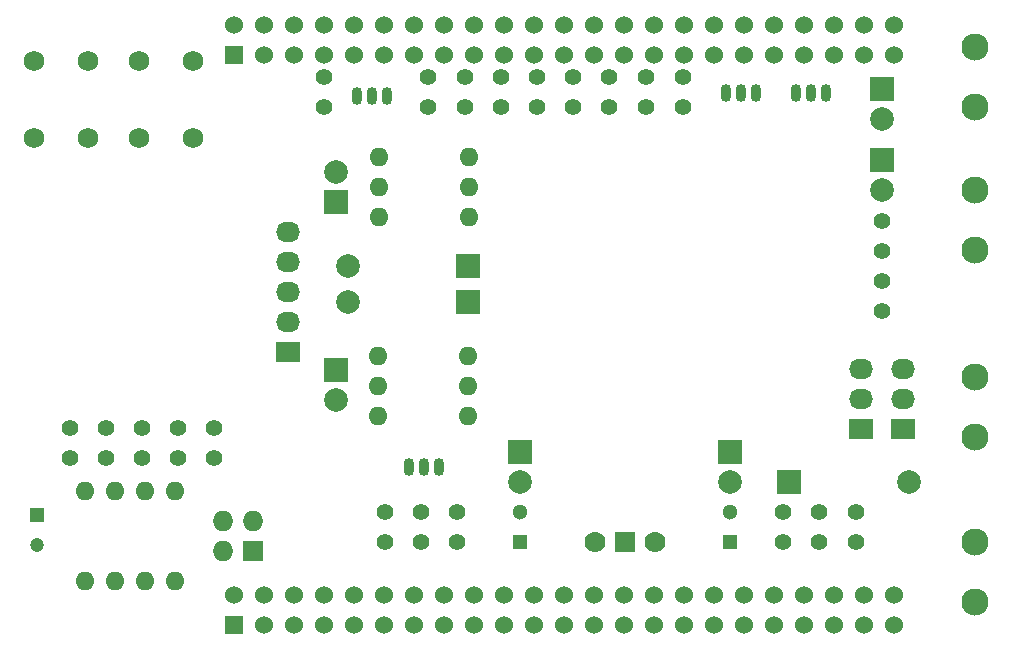
<source format=gbs>
G04 #@! TF.FileFunction,Soldermask,Bot*
%FSLAX46Y46*%
G04 Gerber Fmt 4.6, Leading zero omitted, Abs format (unit mm)*
G04 Created by KiCad (PCBNEW 4.0.1-3.201512221401+6198~38~ubuntu15.10.1-stable) date Mon 11 Jan 2016 07:04:30 PM EST*
%MOMM*%
G01*
G04 APERTURE LIST*
%ADD10C,0.150000*%
%ADD11R,1.300000X1.300000*%
%ADD12C,1.300000*%
%ADD13R,2.000000X2.000000*%
%ADD14C,2.000000*%
%ADD15C,1.998980*%
%ADD16R,1.998980X1.998980*%
%ADD17R,2.032000X1.727200*%
%ADD18O,2.032000X1.727200*%
%ADD19O,0.899160X1.501140*%
%ADD20O,1.600000X1.600000*%
%ADD21C,1.397000*%
%ADD22C,2.300000*%
%ADD23R,1.200000X1.200000*%
%ADD24C,1.200000*%
%ADD25R,1.524000X1.524000*%
%ADD26C,1.524000*%
%ADD27C,1.778000*%
%ADD28R,1.778000X1.778000*%
%ADD29C,1.750000*%
%ADD30R,1.727200X1.727200*%
%ADD31O,1.727200X1.727200*%
G04 APERTURE END LIST*
D10*
D11*
X156210000Y-130770000D03*
D12*
X156210000Y-128270000D03*
D11*
X138430000Y-130770000D03*
D12*
X138430000Y-128270000D03*
D13*
X156210000Y-123190000D03*
D14*
X156210000Y-125730000D03*
D13*
X138430000Y-123190000D03*
D14*
X138430000Y-125730000D03*
D13*
X169100500Y-92456000D03*
D14*
X169100500Y-94996000D03*
D13*
X169100500Y-98425000D03*
D14*
X169100500Y-100965000D03*
D15*
X123825000Y-107447080D03*
D16*
X133985000Y-107447080D03*
D15*
X123825000Y-110492540D03*
D16*
X133985000Y-110492540D03*
D15*
X171323000Y-125730000D03*
D16*
X161163000Y-125730000D03*
D17*
X118745000Y-114681000D03*
D18*
X118745000Y-112141000D03*
X118745000Y-109601000D03*
X118745000Y-107061000D03*
X118745000Y-104521000D03*
D17*
X170878500Y-121221500D03*
D18*
X170878500Y-118681500D03*
X170878500Y-116141500D03*
D17*
X167322500Y-121221500D03*
D18*
X167322500Y-118681500D03*
X167322500Y-116141500D03*
D19*
X163068000Y-92773500D03*
X161798000Y-92773500D03*
X164338000Y-92773500D03*
X157099000Y-92773500D03*
X155829000Y-92773500D03*
X158369000Y-92773500D03*
X125920500Y-93027500D03*
X124650500Y-93027500D03*
X127190500Y-93027500D03*
X130302000Y-124460000D03*
X129032000Y-124460000D03*
X131572000Y-124460000D03*
D20*
X134112000Y-103251000D03*
X134112000Y-100711000D03*
X134112000Y-98171000D03*
X126492000Y-98171000D03*
X126492000Y-100711000D03*
X126492000Y-103251000D03*
X133985000Y-120142000D03*
X133985000Y-117602000D03*
X133985000Y-115062000D03*
X126365000Y-115062000D03*
X126365000Y-117602000D03*
X126365000Y-120142000D03*
X101600000Y-134112000D03*
X104140000Y-134112000D03*
X106680000Y-134112000D03*
X109220000Y-134112000D03*
X109220000Y-126492000D03*
X106680000Y-126492000D03*
X104140000Y-126492000D03*
X101600000Y-126492000D03*
D21*
X106426000Y-121158000D03*
X106426000Y-123698000D03*
X103378000Y-121158000D03*
X103378000Y-123698000D03*
X100330000Y-121158000D03*
X100330000Y-123698000D03*
X109474000Y-121158000D03*
X109474000Y-123698000D03*
X112522000Y-121158000D03*
X112522000Y-123698000D03*
X166878000Y-130810000D03*
X166878000Y-128270000D03*
X133096000Y-130810000D03*
X133096000Y-128270000D03*
X145986500Y-93980000D03*
X145986500Y-91440000D03*
X149098000Y-93980000D03*
X149098000Y-91440000D03*
X169100500Y-111252000D03*
X169100500Y-108712000D03*
X152209500Y-93980000D03*
X152209500Y-91440000D03*
X142875000Y-93980000D03*
X142875000Y-91440000D03*
X169100500Y-106172000D03*
X169100500Y-103632000D03*
X127000000Y-130810000D03*
X127000000Y-128270000D03*
X130048000Y-130810000D03*
X130048000Y-128270000D03*
X130619500Y-93980000D03*
X130619500Y-91440000D03*
X136779000Y-93980000D03*
X136779000Y-91440000D03*
X133731000Y-93980000D03*
X133731000Y-91440000D03*
X139827000Y-93980000D03*
X139827000Y-91440000D03*
X160655000Y-130810000D03*
X160655000Y-128270000D03*
X163766500Y-130810000D03*
X163766500Y-128270000D03*
X121793000Y-93980000D03*
X121793000Y-91440000D03*
D22*
X176930000Y-130810000D03*
X176930000Y-135890000D03*
X176930000Y-116840000D03*
X176930000Y-121920000D03*
X176930000Y-88900000D03*
X176930000Y-93980000D03*
X176930000Y-100965000D03*
X176930000Y-106045000D03*
D23*
X97536000Y-128524000D03*
D24*
X97536000Y-131024000D03*
D25*
X114173000Y-89535000D03*
D26*
X114173000Y-86995000D03*
X116713000Y-89535000D03*
X116713000Y-86995000D03*
X119253000Y-89535000D03*
X119253000Y-86995000D03*
X121793000Y-89535000D03*
X121793000Y-86995000D03*
X124333000Y-89535000D03*
X124333000Y-86995000D03*
X126873000Y-89535000D03*
X126873000Y-86995000D03*
X129413000Y-89535000D03*
X129413000Y-86995000D03*
X131953000Y-89535000D03*
X131953000Y-86995000D03*
X134493000Y-89535000D03*
X134493000Y-86995000D03*
X137033000Y-89535000D03*
X137033000Y-86995000D03*
X139573000Y-89535000D03*
X139573000Y-86995000D03*
X142113000Y-89535000D03*
X142113000Y-86995000D03*
X144653000Y-89535000D03*
X144653000Y-86995000D03*
X147193000Y-89535000D03*
X147193000Y-86995000D03*
X149733000Y-89535000D03*
X149733000Y-86995000D03*
X152273000Y-89535000D03*
X152273000Y-86995000D03*
X154813000Y-89535000D03*
X154813000Y-86995000D03*
X157353000Y-89535000D03*
X157353000Y-86995000D03*
X159893000Y-89535000D03*
X159893000Y-86995000D03*
X162433000Y-89535000D03*
X162433000Y-86995000D03*
X164973000Y-89535000D03*
X164973000Y-86995000D03*
X167513000Y-89535000D03*
X167513000Y-86995000D03*
X170053000Y-89535000D03*
X170053000Y-86995000D03*
X114173000Y-135255000D03*
X116713000Y-137795000D03*
X116713000Y-135255000D03*
X119253000Y-137795000D03*
X119253000Y-135255000D03*
X121793000Y-137795000D03*
X121793000Y-135255000D03*
X124333000Y-137795000D03*
X124333000Y-135255000D03*
X126873000Y-137795000D03*
X126873000Y-135255000D03*
X129413000Y-137795000D03*
X129413000Y-135255000D03*
X131953000Y-137795000D03*
X131953000Y-135255000D03*
X134493000Y-137795000D03*
X134493000Y-135255000D03*
X137033000Y-137795000D03*
X137033000Y-135255000D03*
X139573000Y-137795000D03*
X139573000Y-135255000D03*
X142113000Y-137795000D03*
X142113000Y-135255000D03*
X144653000Y-137795000D03*
X144653000Y-135255000D03*
X147193000Y-137795000D03*
X147193000Y-135255000D03*
X149733000Y-137795000D03*
X149733000Y-135255000D03*
X152273000Y-137795000D03*
X152273000Y-135255000D03*
X154813000Y-137795000D03*
X154813000Y-135255000D03*
X157353000Y-137795000D03*
X157353000Y-135255000D03*
X159893000Y-137795000D03*
X159893000Y-135255000D03*
X162433000Y-137795000D03*
X162433000Y-135255000D03*
X164973000Y-137795000D03*
X164973000Y-135255000D03*
X167513000Y-137795000D03*
X167513000Y-135255000D03*
X170053000Y-137795000D03*
X170053000Y-135255000D03*
D25*
X114173000Y-137795000D03*
D27*
X149860000Y-130810000D03*
D28*
X147320000Y-130810000D03*
D27*
X144780000Y-130810000D03*
D29*
X101818000Y-96595000D03*
X97318000Y-96595000D03*
X101818000Y-90095000D03*
X97318000Y-90095000D03*
X110708000Y-96595000D03*
X106208000Y-96595000D03*
X110708000Y-90095000D03*
X106208000Y-90095000D03*
D13*
X122872500Y-102044500D03*
D14*
X122872500Y-99504500D03*
D13*
X122872500Y-116205000D03*
D14*
X122872500Y-118745000D03*
D30*
X115824000Y-131572000D03*
D31*
X113284000Y-131572000D03*
X115824000Y-129032000D03*
X113284000Y-129032000D03*
M02*

</source>
